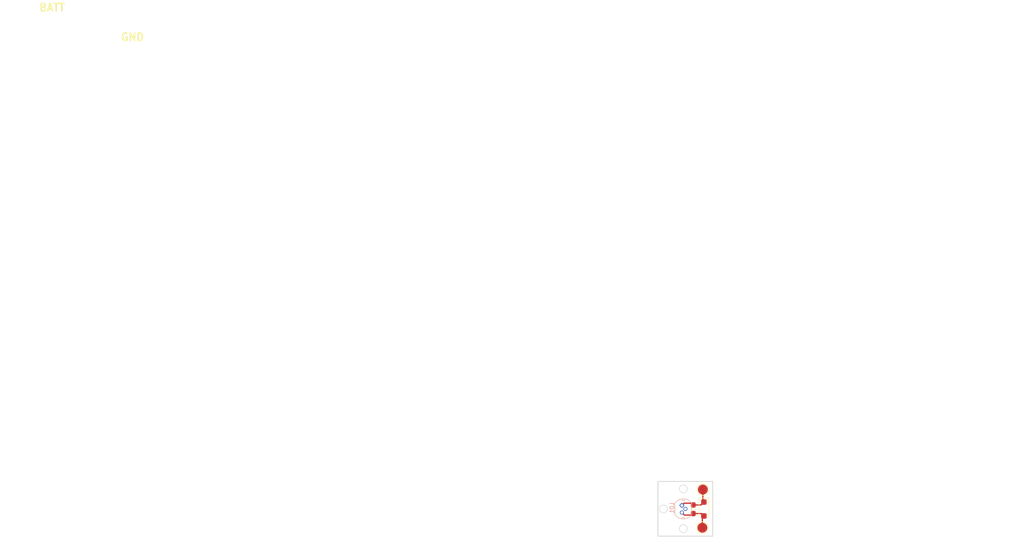
<source format=kicad_pcb>
(kicad_pcb (version 20240108) (generator "pcbnew") (generator_version "8.0")
  (layers (0 "F.Cu" signal) (31 "B.Cu" signal) (34 "B.Paste" user) (35 "F.Paste" user) (36 "B.SilkS" user "B.Silkscreen") (37 "F.SilkS" user "F.Silkscreen") (38 "B.Mask" user) (39 "F.Mask" user) (44 "Edge.Cuts" user))
  (net 0 "")
  (net 1 "Net-(D1-A)")
  (net 2 "Net-(D1-K)")
  (footprint "TestPoint:TestPoint_Pad_D2.0mm" (layer "F.Cu") (at 134.9568 93.4084)
    (property "Reference" "TP2" (hide yes))
    (property "Value" "TestPoint")
    (fp_circle (center 0 0) (end 0 1.2) (stroke (width 0.12)) (fill none) (layer "F.SilkS"))
    (pad "1" smd circle (at 0 0) (size 2 2) (layers "F.Cu" "F.Mask") (net 1 "Net-(D1-A)"))
  )
  (footprint "TestPoint:TestPoint_Pad_D2.0mm" (layer "F.Cu") (at 135.0584 85.7376)
    (property "Reference" "TP1" (hide yes))
    (property "Value" "TestPoint")
    (fp_circle (center 0 0) (end 0 1.2) (stroke (width 0.12)) (fill none) (layer "F.SilkS"))
    (pad "1" smd circle (at 0 0) (size 2 2) (layers "F.Cu" "F.Mask") (net 2 "Net-(D1-K)"))
  )
  (footprint "Capacitor_SMD:C_0603_1608Metric_Pad1.08x0.95mm_HandSolder" (layer "F.Cu") (at 133.128 89.7 -90)
    (property "Reference" "C1" (hide yes))
    (property "Value" "C_Small")
    (fp_line (start -0.146267 0.51) (end 0.146267 0.51) (stroke (width 0.12)) (layer "F.SilkS"))
    (fp_line (start -0.146267 -0.51) (end 0.146267 -0.51) (stroke (width 0.12)) (layer "F.SilkS"))
    (pad "1" smd roundrect (at -0.8625 0 270) (size 1.075 0.95) (layers "F.Cu" "F.Paste" "F.Mask") (net 2 "Net-(D1-K)"))
    (pad "2" smd roundrect (at 0.8625 0 270) (size 1.075 0.95) (layers "F.Cu" "F.Paste" "F.Mask") (net 1 "Net-(D1-A)"))
  )
  (footprint "Diode_SMD:D_SOD-123F" (layer "F.Cu") (at 135.2616 89.6492 -90)
    (property "Reference" "D1" (hide yes))
    (property "Value" "D_Small")
    (fp_line (start -2.21 1) (end 1.65 1) (stroke (width 0.12)) (layer "F.SilkS"))
    (fp_line (start -2.21 -1) (end -2.21 1) (stroke (width 0.12)) (layer "F.SilkS"))
    (fp_line (start -2.21 -1) (end 1.65 -1) (stroke (width 0.12)) (layer "F.SilkS"))
    (pad "1" smd roundrect (at -1.4 0 270) (size 1.1 1.1) (layers "F.Cu" "F.Paste" "F.Mask") (roundrect_rratio 0.2272727273) (net 2 "Net-(D1-K)"))
    (pad "2" smd roundrect (at 1.4 0 270) (size 1.1 1.1) (layers "F.Cu" "F.Paste" "F.Mask") (roundrect_rratio 0.2272727273) (net 1 "Net-(D1-A)"))
  )
  (footprint "OptoDevice:LaserDiode_TO38ICut-3" (layer "B.Cu") (at 131.1348 88.921 -90)
    (property "Reference" "LD1" (at 0.525 2.274 90) (layer "B.SilkS") (effects (font (size 0.8 0.8)) (justify mirror)))
    (property "Value" "PL450B")
    (fp_line (start 1.8 1.7) (end -0.4 1.7) (stroke (width 0.12)) (layer "B.SilkS"))
    (fp_line (start -1.15 0.3) (end -0.95 0) (stroke (width 0.12)) (layer "B.SilkS"))
    (fp_line (start 2.55 0.3) (end 2.35 0) (stroke (width 0.12)) (layer "B.SilkS"))
    (fp_line (start -0.95 0) (end -1.15 -0.3) (stroke (width 0.12)) (layer "B.SilkS"))
    (fp_line (start 2.35 0) (end 2.55 -0.3) (stroke (width 0.12)) (layer "B.SilkS"))
    (fp_line (start -0.4 -1.7) (end 1.8 -1.7) (stroke (width 0.12)) (layer "B.SilkS"))
    (fp_arc (start -0.4 1.7) (mid -1.320296 0) (end -0.4 -1.7) (stroke (width 0.12)) (layer "B.SilkS"))
    (fp_arc (start 1.790069 -1.706327) (mid 2.729422 -0.005888) (end 1.8 1.7) (stroke (width 0.12)) (layer "B.SilkS"))
    (pad "1" thru_hole roundrect (at 0 0.3 225) (size 0.8 0.8) (drill 0.5) (layers "*.Cu" "*.Mask") (net 2 "Net-(D1-K)"))
    (pad "2" thru_hole circle (at 0.715 -0.415 270) (size 0.8 0.8) (drill 0.5) (layers "*.Cu" "*.Mask"))
    (pad "3" thru_hole circle (at 1.43 0.3 270) (size 0.8 0.8) (drill 0.5) (layers "*.Cu" "*.Mask") (net 1 "Net-(D1-A)"))
  )
  (gr_line (start 126.0348 93.101) (end 126.0348 84.101) (stroke (width 0.15)) (layer "Edge.Cuts"))
  (gr_line (start 137.0396 84.101) (end 137.0396 95.101) (stroke (width 0.15)) (layer "Edge.Cuts"))
  (gr_circle (center 127.1348 89.631) (end 127.9348 89.631) (stroke (width 0.1)) (fill none) (layer "Edge.Cuts"))
  (gr_circle (center 131.1348 85.601) (end 131.9348 85.601) (stroke (width 0.1)) (fill none) (layer "Edge.Cuts"))
  (gr_line (start 137.0396 95.101) (end 126.0348 95.101) (stroke (width 0.15)) (layer "Edge.Cuts"))
  (gr_line (start 126.0348 84.101) (end 137.0396 84.101) (stroke (width 0.15)) (layer "Edge.Cuts"))
  (gr_line (start 126.0348 95.101) (end 126.0348 93.101) (stroke (width 0.15)) (layer "Edge.Cuts"))
  (gr_circle (center 131.1348 93.601) (end 131.9348 93.601) (stroke (width 0.1)) (fill none) (layer "Edge.Cuts"))
  (gr_text "GND" (at 18.034 -4.318 0) (layer "F.SilkS") (effects (font (size 1.5 1.5) (thickness 0.3) (bold yes)) (justify left bottom)))
  (gr_text "BATT" (at 1.65 -10.25 0) (layer "F.SilkS") (effects (font (size 1.5 1.5) (thickness 0.3) (bold yes)) (justify left bottom)))
  (segment (start 131.3522 90.8684) (end 132.8221 90.8684) (width 0.25) (layer "F.Cu") (net 1))
  (segment (start 132.8221 90.8684) (end 133.128 90.5625) (width 0.25) (layer "F.Cu") (net 1))
  (segment (start 134.7749 90.5625) (end 135.2616 91.0492) (width 0.25) (layer "F.Cu") (net 1))
  (segment (start 133.128 90.5625) (end 134.7749 90.5625) (width 0.25) (layer "F.Cu") (net 1))
  (segment (start 134.9568 93.4084) (end 134.9568 91.354) (width 0.25) (layer "F.Cu") (net 1))
  (segment (start 130.8348 90.351) (end 131.3522 90.8684) (width 0.25) (layer "F.Cu") (net 1))
  (segment (start 134.9568 91.354) (end 135.2616 91.0492) (width 0.25) (layer "F.Cu") (net 1))
  (segment (start 133.128 88.8375) (end 134.6733 88.8375) (width 0.25) (layer "F.Cu") (net 2))
  (segment (start 134.6733 88.8375) (end 135.2616 88.2492) (width 0.25) (layer "F.Cu") (net 2))
  (segment (start 135.0584 88.046) (end 135.2616 88.2492) (width 0.25) (layer "F.Cu") (net 2))
  (segment (start 135.0584 85.7376) (end 135.0584 88.046) (width 0.25) (layer "F.Cu") (net 2))
  (segment (start 130.8348 88.921) (end 131.275 88.4808) (width 0.25) (layer "F.Cu") (net 2))
  (segment (start 131.275 88.4808) (end 132.7713 88.4808) (width 0.25) (layer "F.Cu") (net 2))
  (segment (start 132.7713 88.4808) (end 133.128 88.8375) (width 0.25) (layer "F.Cu") (net 2))
)
</source>
